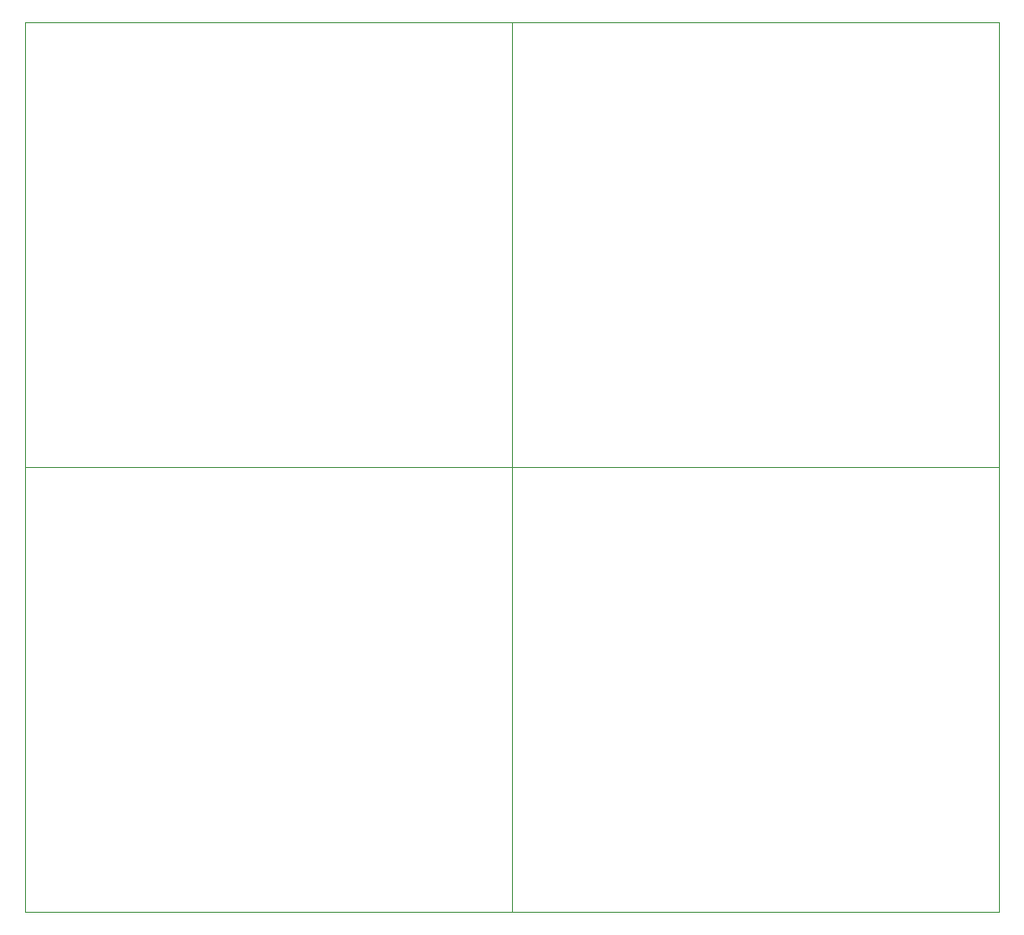
<source format=gbr>
%FSLAX34Y34*%
%MOMM*%
%LNOUTLINE*%
G71*
G01*
%ADD10C, 0.100*%
%LPD*%
G54D10*
X0Y3175D02*
X444500Y3175D01*
X444500Y-403225D01*
X0Y-403225D01*
X0Y3175D01*
G54D10*
X444500Y3175D02*
X889000Y3175D01*
X889000Y-403225D01*
X444500Y-403225D01*
X444500Y3175D01*
G54D10*
X0Y-403225D02*
X444500Y-403225D01*
X444500Y-809625D01*
X0Y-809625D01*
X0Y-403225D01*
G54D10*
X444500Y-403225D02*
X889000Y-403225D01*
X889000Y-809625D01*
X444500Y-809625D01*
X444500Y-403225D01*
M02*

</source>
